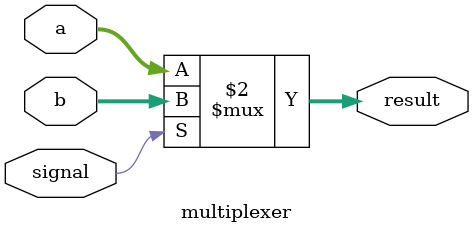
<source format=v>
module multiplexer(input [15:0] a,b,
                    input signal,//If the signal is 0, choose a, if 1, choose b.
                    output [15:0] result);
    assign result = (signal == 1'b0) ? a : b ;
endmodule
</source>
